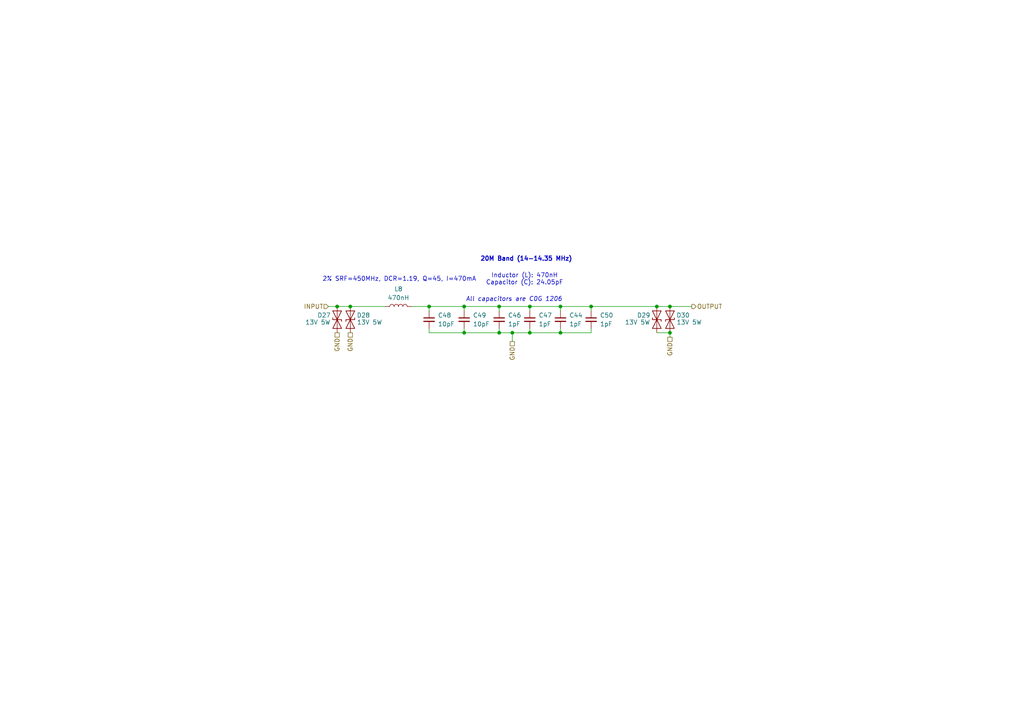
<source format=kicad_sch>
(kicad_sch (version 20231120) (generator "eeschema") (generator_version "8.0")
  (paper "A4")
  (lib_symbols
    (symbol "Device:C_Small" (pin_numbers hide) (pin_names (offset 0.254) hide)
      (property "Reference" "C" (at 0.254 1.778 0))
      (property "Value" "C_Small" (at 0.254 -2.032 0))
      (symbol "C_Small_0_1"
        (polyline (pts (xy -1.524 -0.508) (xy 1.524 -0.508)) (stroke (width 0.3302)))
        (polyline (pts (xy -1.524 0.508) (xy 1.524 0.508)) (stroke (width 0.3048)))
      )
      (symbol "C_Small_1_1"
        (pin passive line (at 0 2.54 270) (length 2.032) (name "~") (number "1"))
        (pin passive line (at 0 -2.54 90) (length 2.032) (name "~") (number "2"))
      )
    )
    (symbol "Device:L" (pin_numbers hide) (pin_names (offset 1.016) hide)
      (property "Reference" "L" (at -1.27 0 90))
      (property "Value" "L" (at 1.905 0 90))
      (symbol "L_0_1"
        (arc (start 0 -2.54) (mid 0.6323 -1.905) (end 0 -1.27))
        (arc (start 0 -1.27) (mid 0.6323 -0.635) (end 0 0))
        (arc (start 0 0) (mid 0.6323 0.635) (end 0 1.27))
        (arc (start 0 1.27) (mid 0.6323 1.905) (end 0 2.54))
      )
      (symbol "L_1_1"
        (pin passive line (at 0 3.81 270) (length 1.27) (name "1") (number "1"))
        (pin passive line (at 0 -3.81 90) (length 1.27) (name "2") (number "2"))
      )
    )
    (symbol "Diode:SD15_SOD323" (pin_numbers hide) (pin_names (offset 1.016) hide)
      (property "Reference" "D" (at 0 2.54 0))
      (property "Value" "SD15_SOD323" (at 0 -2.54 0))
      (symbol "SD15_SOD323_0_1"
        (polyline (pts (xy 1.27 0) (xy -1.27 0)))
        (polyline (pts (xy -2.54 -1.27) (xy 0 0) (xy -2.54 1.27) (xy -2.54 -1.27)) (stroke (width 0.2032)))
        (polyline (pts (xy 0.508 1.27) (xy 0 1.27) (xy 0 -1.27) (xy -0.508 -1.27)) (stroke (width 0.2032)))
        (polyline (pts (xy 2.54 1.27) (xy 2.54 -1.27) (xy 0 0) (xy 2.54 1.27)) (stroke (width 0.2032)))
      )
      (symbol "SD15_SOD323_1_1"
        (pin passive line (at -3.81 0 0) (length 2.54) (name "A1") (number "1"))
        (pin passive line (at 3.81 0 180) (length 2.54) (name "A2") (number "2"))
      )
    )
  )
  (junction (at 134.62 88.9))
  (junction (at 101.6 88.9))
  (junction (at 171.45 88.9))
  (junction (at 194.31 96.52))
  (junction (at 162.56 96.52))
  (junction (at 153.67 88.9))
  (junction (at 97.79 88.9))
  (junction (at 148.59 96.52))
  (junction (at 124.46 88.9))
  (junction (at 144.78 88.9))
  (junction (at 144.78 96.52))
  (junction (at 194.31 88.9))
  (junction (at 134.62 96.52))
  (junction (at 162.56 88.9))
  (junction (at 153.67 96.52))
  (junction (at 190.5 88.9))
  (wire (pts (xy 171.45 88.9) (xy 190.5 88.9)))
  (wire (pts (xy 134.62 95.25) (xy 134.62 96.52)))
  (wire (pts (xy 153.67 96.52) (xy 162.56 96.52)))
  (wire (pts (xy 124.46 95.25) (xy 124.46 96.52)))
  (wire (pts (xy 194.31 88.9) (xy 200.66 88.9)))
  (wire (pts (xy 134.62 88.9) (xy 144.78 88.9)))
  (wire (pts (xy 171.45 95.25) (xy 171.45 96.52)))
  (wire (pts (xy 194.31 96.52) (xy 190.5 96.52)))
  (wire (pts (xy 153.67 95.25) (xy 153.67 96.52)))
  (wire (pts (xy 134.62 96.52) (xy 144.78 96.52)))
  (wire (pts (xy 97.79 88.9) (xy 101.6 88.9)))
  (wire (pts (xy 144.78 96.52) (xy 148.59 96.52)))
  (wire (pts (xy 144.78 88.9) (xy 153.67 88.9)))
  (wire (pts (xy 124.46 88.9) (xy 134.62 88.9)))
  (wire (pts (xy 134.62 88.9) (xy 134.62 90.17)))
  (wire (pts (xy 119.38 88.9) (xy 124.46 88.9)))
  (wire (pts (xy 162.56 96.52) (xy 171.45 96.52)))
  (wire (pts (xy 194.31 96.52) (xy 194.31 97.79)))
  (wire (pts (xy 171.45 88.9) (xy 171.45 90.17)))
  (wire (pts (xy 124.46 96.52) (xy 134.62 96.52)))
  (wire (pts (xy 148.59 96.52) (xy 148.59 99.06)))
  (wire (pts (xy 95.25 88.9) (xy 97.79 88.9)))
  (wire (pts (xy 148.59 96.52) (xy 153.67 96.52)))
  (wire (pts (xy 144.78 95.25) (xy 144.78 96.52)))
  (wire (pts (xy 153.67 88.9) (xy 162.56 88.9)))
  (wire (pts (xy 190.5 88.9) (xy 194.31 88.9)))
  (wire (pts (xy 162.56 88.9) (xy 171.45 88.9)))
  (wire (pts (xy 124.46 88.9) (xy 124.46 90.17)))
  (wire (pts (xy 101.6 88.9) (xy 111.76 88.9)))
  (wire (pts (xy 144.78 88.9) (xy 144.78 90.17)))
  (wire (pts (xy 162.56 95.25) (xy 162.56 96.52)))
  (wire (pts (xy 162.56 88.9) (xy 162.56 90.17)))
  (wire (pts (xy 153.67 88.9) (xy 153.67 90.17)))
  (text "All capacitors are C0G 1206" (at 149.098 86.868 0) (effects (font (size 1.27 1.27) (italic yes))))
  (text "Inductor (L): 470nH\nCapacitor (C): 24.05pF" (at 152.146 81.026 0) (effects (font (size 1.27 1.27))))
  (text "2% SRF=450MHz, DCR=1.19, Q=45, I=470mA" (at 115.824 81.026 0) (effects (font (size 1.27 1.27))))
  (text "20M Band (14-14.35 MHz)" (at 152.654 75.184 0) (effects (font (size 1.27 1.27) (thickness 0.254) (bold yes))))
  (hierarchical_label "GND" (shape passive) (at 194.31 97.79 270))
  (hierarchical_label "OUTPUT" (shape output) (at 200.66 88.9 0))
  (hierarchical_label "GND" (shape passive) (at 97.79 96.52 270))
  (hierarchical_label "INPUT" (shape input) (at 95.25 88.9 180))
  (hierarchical_label "GND" (shape passive) (at 148.59 99.06 270))
  (hierarchical_label "GND" (shape passive) (at 101.6 96.52 270))
  (symbol (lib_id "Diode:SD15_SOD323") (at 97.79 92.71 90) (unit 1)
    (property "Reference" "D27" (at 93.98 91.44 90))
    (property "Value" "13V 5W" (at 92.202 93.472 90))
    (property "Footprint" "Diode_SMD:D_0603_1608Metric" (effects (hide yes)))
    (property "Datasheet" "https://wmsc.lcsc.com/wmsc/upload/file/pdf/v2/lcsc/1912111437_DOWO-SMB5350B_C284082.pdf" (effects (hide yes)))
    (property "Description" "Independent Type 5W 13V SMB(DO-214AA) Zener Diodes ROHS" (effects (hide yes)))
    (property "LCSC Part #" "C284082" (effects (hide yes)))
    (property "MPN" "SMB5350B" (effects (hide yes)))
    (property "Manufacturer" "DOWO" (effects (hide yes)))
  )
  (symbol (lib_id "Device:C_Small") (at 144.78 92.71 0) (unit 1)
    (property "Reference" "C46" (at 147.32 91.4462 0) (effects (justify left)))
    (property "Value" "1pF" (at 147.32 93.9862 0) (effects (justify left)))
    (property "Footprint" "Capacitor_SMD:C_1206_3216Metric" (effects (hide yes)))
    (property "Datasheet" "https://wmsc.lcsc.com/wmsc/upload/file/pdf/v2/lcsc/2304140030_FH--Guangdong-Fenghua-Advanced-Tech-1206CG1R0C500NT_C1891.pdf" (effects (hide yes)))
    (property "Description" "Unpolarized capacitor, small symbol" (effects (hide yes)))
    (property "LCSC Part #" "C1891" (effects (hide yes)))
    (property "MPN" "1206CG1R0C500NT" (effects (hide yes)))
    (property "Manufacturer" "Fenghua" (effects (hide yes)))
  )
  (symbol (lib_id "Device:C_Small") (at 153.67 92.71 0) (unit 1)
    (property "Reference" "C47" (at 156.21 91.4462 0) (effects (justify left)))
    (property "Value" "1pF" (at 156.21 93.9862 0) (effects (justify left)))
    (property "Footprint" "Capacitor_SMD:C_1206_3216Metric" (effects (hide yes)))
    (property "Datasheet" "https://wmsc.lcsc.com/wmsc/upload/file/pdf/v2/lcsc/2304140030_FH--Guangdong-Fenghua-Advanced-Tech-1206CG1R0C500NT_C1891.pdf" (effects (hide yes)))
    (property "Description" "Unpolarized capacitor, small symbol" (effects (hide yes)))
    (property "LCSC Part #" "C1891" (effects (hide yes)))
    (property "MPN" "1206CG1R0C500NT" (effects (hide yes)))
    (property "Manufacturer" "Fenghua" (effects (hide yes)))
  )
  (symbol (lib_id "Device:C_Small") (at 162.56 92.71 0) (unit 1)
    (property "Reference" "C44" (at 165.1 91.4462 0) (effects (justify left)))
    (property "Value" "1pF" (at 165.1 93.9862 0) (effects (justify left)))
    (property "Footprint" "Capacitor_SMD:C_1206_3216Metric" (effects (hide yes)))
    (property "Datasheet" "https://wmsc.lcsc.com/wmsc/upload/file/pdf/v2/lcsc/2304140030_FH--Guangdong-Fenghua-Advanced-Tech-1206CG1R0C500NT_C1891.pdf" (effects (hide yes)))
    (property "Description" "Unpolarized capacitor, small symbol" (effects (hide yes)))
    (property "LCSC Part #" "C1891" (effects (hide yes)))
    (property "MPN" "1206CG1R0C500NT" (effects (hide yes)))
    (property "Manufacturer" "Fenghua" (effects (hide yes)))
  )
  (symbol (lib_id "Device:C_Small") (at 134.62 92.71 0) (unit 1)
    (property "Reference" "C49" (at 137.16 91.4462 0) (effects (justify left)))
    (property "Value" "10pF" (at 137.16 93.9862 0) (effects (justify left)))
    (property "Footprint" "Capacitor_SMD:C_1206_3216Metric" (effects (hide yes)))
    (property "Datasheet" "https://wmsc.lcsc.com/wmsc/upload/file/pdf/v2/lcsc/2304140030_CCTC-TCC1206COG100J102DT_C377014.pdf" (effects (hide yes)))
    (property "Description" "1kV 10pF C0G ±5% 1206 Multilayer Ceramic Capacitors MLCC - SMD/SMT ROHS" (effects (hide yes)))
    (property "LCSC Part #" "C377014" (effects (hide yes)))
    (property "MPN" "TCC1206COG100J102DT" (effects (hide yes)))
    (property "Manufacturer" "CCTC" (effects (hide yes)))
  )
  (symbol (lib_id "Device:C_Small") (at 171.45 92.71 0) (unit 1)
    (property "Reference" "C50" (at 173.99 91.4462 0) (effects (justify left)))
    (property "Value" "1pF" (at 173.99 93.9862 0) (effects (justify left)))
    (property "Footprint" "Capacitor_SMD:C_1206_3216Metric" (effects (hide yes)))
    (property "Datasheet" "https://wmsc.lcsc.com/wmsc/upload/file/pdf/v2/lcsc/2304140030_FH--Guangdong-Fenghua-Advanced-Tech-1206CG1R0C500NT_C1891.pdf" (effects (hide yes)))
    (property "Description" "Unpolarized capacitor, small symbol" (effects (hide yes)))
    (property "LCSC Part #" "C1891" (effects (hide yes)))
    (property "MPN" "1206CG1R0C500NT" (effects (hide yes)))
    (property "Manufacturer" "Fenghua" (effects (hide yes)))
  )
  (symbol (lib_id "Diode:SD15_SOD323") (at 190.5 92.71 90) (unit 1)
    (property "Reference" "D29" (at 186.69 91.44 90))
    (property "Value" "13V 5W" (at 184.912 93.472 90))
    (property "Footprint" "Diode_SMD:D_0603_1608Metric" (effects (hide yes)))
    (property "Datasheet" "https://wmsc.lcsc.com/wmsc/upload/file/pdf/v2/lcsc/1912111437_DOWO-SMB5350B_C284082.pdf" (effects (hide yes)))
    (property "Description" "Independent Type 5W 13V SMB(DO-214AA) Zener Diodes ROHS" (effects (hide yes)))
    (property "LCSC Part #" "C284082" (effects (hide yes)))
    (property "MPN" "SMB5350B" (effects (hide yes)))
    (property "Manufacturer" "DOWO" (effects (hide yes)))
  )
  (symbol (lib_id "Diode:SD15_SOD323") (at 194.31 92.71 270) (mirror x) (unit 1)
    (property "Reference" "D30" (at 198.12 91.44 90))
    (property "Value" "13V 5W" (at 199.898 93.472 90))
    (property "Footprint" "Diode_SMD:D_0603_1608Metric" (effects (hide yes)))
    (property "Datasheet" "https://wmsc.lcsc.com/wmsc/upload/file/pdf/v2/lcsc/1912111437_DOWO-SMB5350B_C284082.pdf" (effects (hide yes)))
    (property "Description" "Independent Type 5W 13V SMB(DO-214AA) Zener Diodes ROHS" (effects (hide yes)))
    (property "LCSC Part #" "C284082" (effects (hide yes)))
    (property "MPN" "SMB5350B" (effects (hide yes)))
    (property "Manufacturer" "DOWO" (effects (hide yes)))
  )
  (symbol (lib_id "Diode:SD15_SOD323") (at 101.6 92.71 270) (mirror x) (unit 1)
    (property "Reference" "D28" (at 105.41 91.44 90))
    (property "Value" "13V 5W" (at 107.188 93.472 90))
    (property "Footprint" "Diode_SMD:D_0603_1608Metric" (effects (hide yes)))
    (property "Datasheet" "https://wmsc.lcsc.com/wmsc/upload/file/pdf/v2/lcsc/1912111437_DOWO-SMB5350B_C284082.pdf" (effects (hide yes)))
    (property "Description" "Independent Type 5W 13V SMB(DO-214AA) Zener Diodes ROHS" (effects (hide yes)))
    (property "LCSC Part #" "C284082" (effects (hide yes)))
    (property "MPN" "SMB5350B" (effects (hide yes)))
    (property "Manufacturer" "DOWO" (effects (hide yes)))
  )
  (symbol (lib_id "Device:L") (at 115.57 88.9 90) (unit 1)
    (property "Reference" "L8" (at 115.57 83.82 90))
    (property "Value" "470nH" (at 115.57 86.36 90))
    (property "Footprint" "Inductor_SMD:L_1008_2520Metric" (effects (hide yes)))
    (property "Datasheet" "https://wmsc.lcsc.com/wmsc/upload/file/pdf/v2/lcsc/1912111437_PSA-Prosperity-Dielectrics-FEC1008CP-R47G-LRH_C346450.pdf" (effects (hide yes)))
    (property "Description" "470mA 470nH ±2% 1.19Ω 1008 Inductors (SMD) ROHS" (effects (hide yes)))
    (property "LCSC Part #" "C346450" (effects (hide yes)))
    (property "MPN" "FEC1008CP-R47G-LRH" (effects (hide yes)))
    (property "Manufacturer" "Prosperity" (effects (hide yes)))
  )
  (symbol (lib_id "Device:C_Small") (at 124.46 92.71 0) (unit 1)
    (property "Reference" "C48" (at 127 91.4462 0) (effects (justify left)))
    (property "Value" "10pF" (at 127 93.9862 0) (effects (justify left)))
    (property "Footprint" "Capacitor_SMD:C_1206_3216Metric" (effects (hide yes)))
    (property "Datasheet" "https://wmsc.lcsc.com/wmsc/upload/file/pdf/v2/lcsc/2304140030_CCTC-TCC1206COG100J102DT_C377014.pdf" (effects (hide yes)))
    (property "Description" "1kV 10pF C0G ±5% 1206 Multilayer Ceramic Capacitors MLCC - SMD/SMT ROHS" (effects (hide yes)))
    (property "LCSC Part #" "C377014" (effects (hide yes)))
    (property "MPN" "TCC1206COG100J102DT" (effects (hide yes)))
    (property "Manufacturer" "CCTC" (effects (hide yes)))
  )
)
</source>
